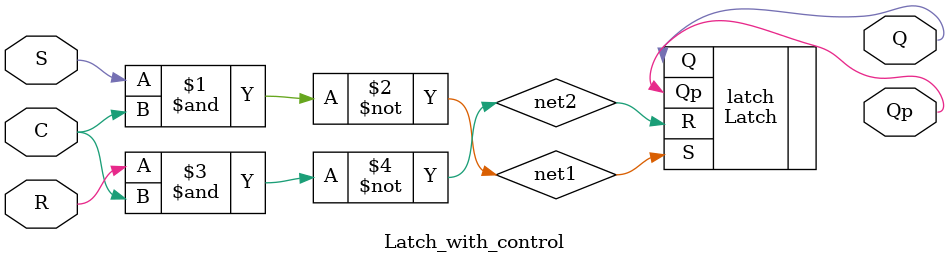
<source format=v>
module Latch_with_control(
        
		input S,
		input C,	
		input R,
		output Q,
		output Qp
	);
	
	wire net1, net2;
	
	nand(net1, S, C);
	nand(net2, R, C);
	
	Latch latch(
	   .S(net1),
	   .R(net2),
	   .Q(Q),
	   .Qp(Qp)
    );
	

endmodule	
</source>
